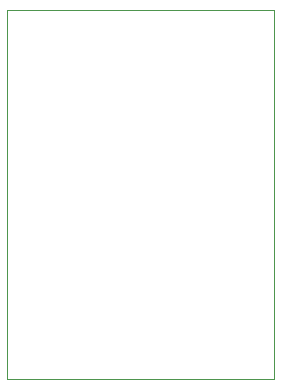
<source format=gbr>
%TF.GenerationSoftware,KiCad,Pcbnew,8.0.4*%
%TF.CreationDate,2025-01-24T17:00:10-06:00*%
%TF.ProjectId,potentiostat control,706f7465-6e74-4696-9f73-74617420636f,0.1*%
%TF.SameCoordinates,Original*%
%TF.FileFunction,Other,User*%
%FSLAX46Y46*%
G04 Gerber Fmt 4.6, Leading zero omitted, Abs format (unit mm)*
G04 Created by KiCad (PCBNEW 8.0.4) date 2025-01-24 17:00:10*
%MOMM*%
%LPD*%
G01*
G04 APERTURE LIST*
%ADD10C,0.050000*%
G04 APERTURE END LIST*
D10*
%TO.C,J1*%
X78780000Y-84595000D02*
X78780000Y-115905000D01*
X78780000Y-115905000D02*
X101380000Y-115905000D01*
X101380000Y-84595000D02*
X78780000Y-84595000D01*
X101380000Y-115905000D02*
X101380000Y-84595000D01*
%TD*%
M02*

</source>
